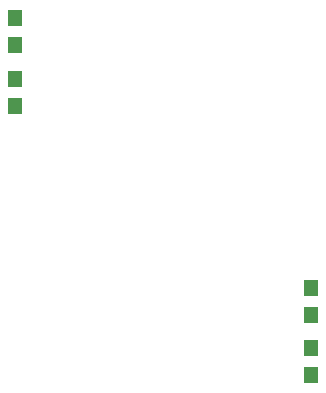
<source format=gbr>
%FSLAX25Y25*%
%MOIN*%
G04 EasyPC Gerber Version 18.0.6 Build 3620 *
%ADD147R,0.05100X0.05600*%
X0Y0D02*
D02*
D147*
X24814Y153663D03*
Y162663D03*
Y174063D03*
Y183063D03*
X123214Y63963D03*
Y72963D03*
Y83963D03*
Y92963D03*
X0Y0D02*
M02*

</source>
